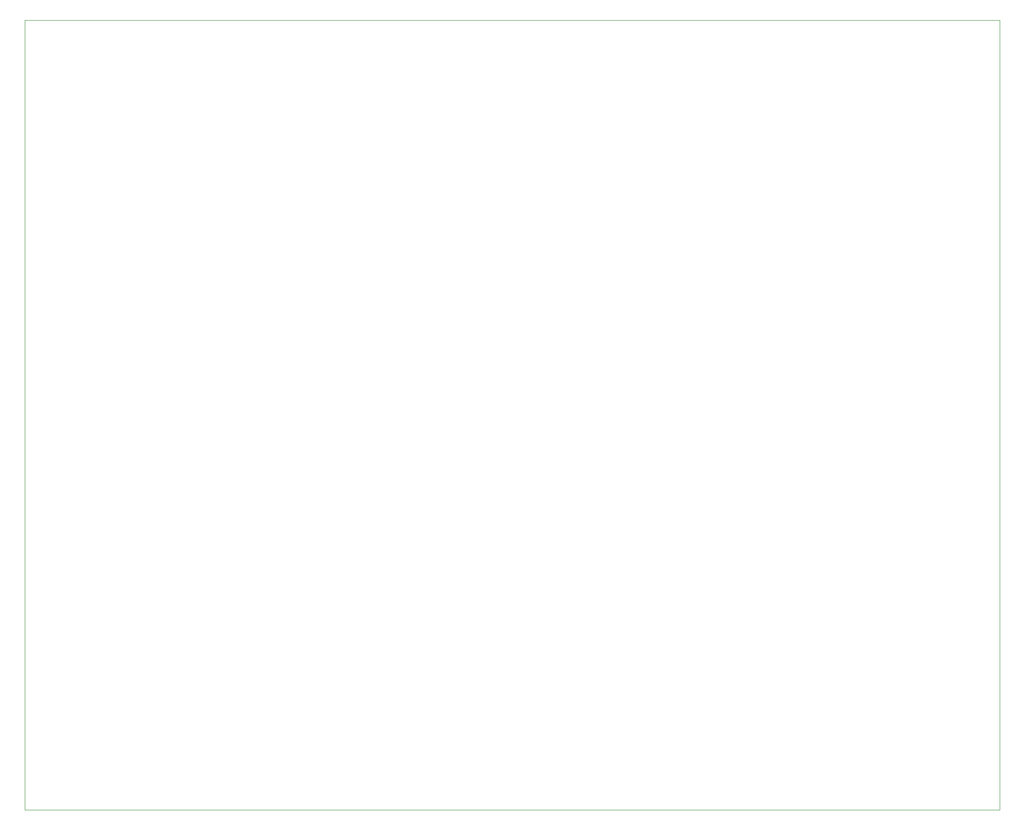
<source format=gm1>
G75*
G70*
%OFA0B0*%
%FSLAX24Y24*%
%IPPOS*%
%LPD*%
%AMOC8*
5,1,8,0,0,1.08239X$1,22.5*
%
%ADD10C,0.0039*%
D10*
X000120Y000120D02*
X000120Y057600D01*
X070986Y057600D01*
X070986Y000120D01*
X000120Y000120D01*
M02*

</source>
